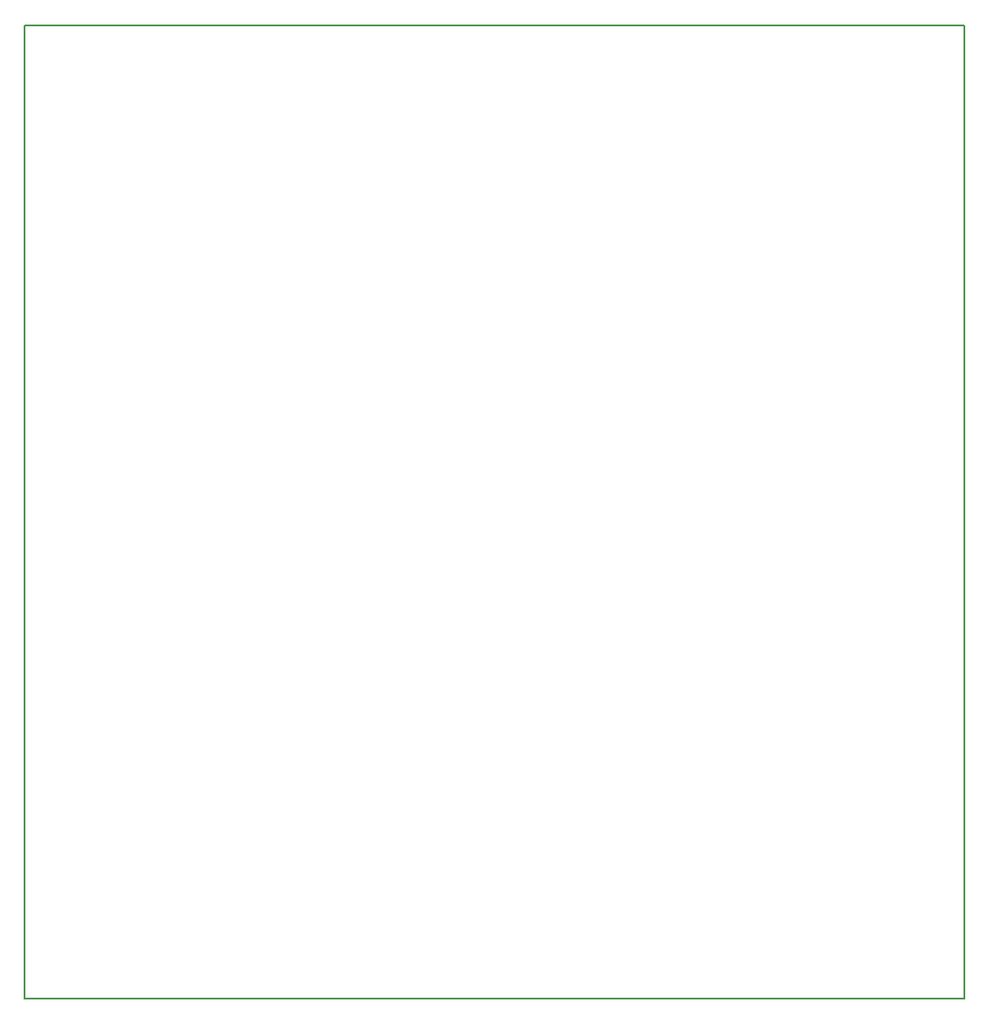
<source format=gko>
G04*
G04 #@! TF.GenerationSoftware,Altium Limited,Altium Designer,20.0.13 (296)*
G04*
G04 Layer_Color=16711935*
%FSLAX42Y42*%
%MOMM*%
G71*
G01*
G75*
%ADD15C,0.20*%
D15*
X0Y0D02*
X9081D01*
Y9398D01*
X0D02*
X9081D01*
X0Y0D02*
Y9398D01*
M02*

</source>
